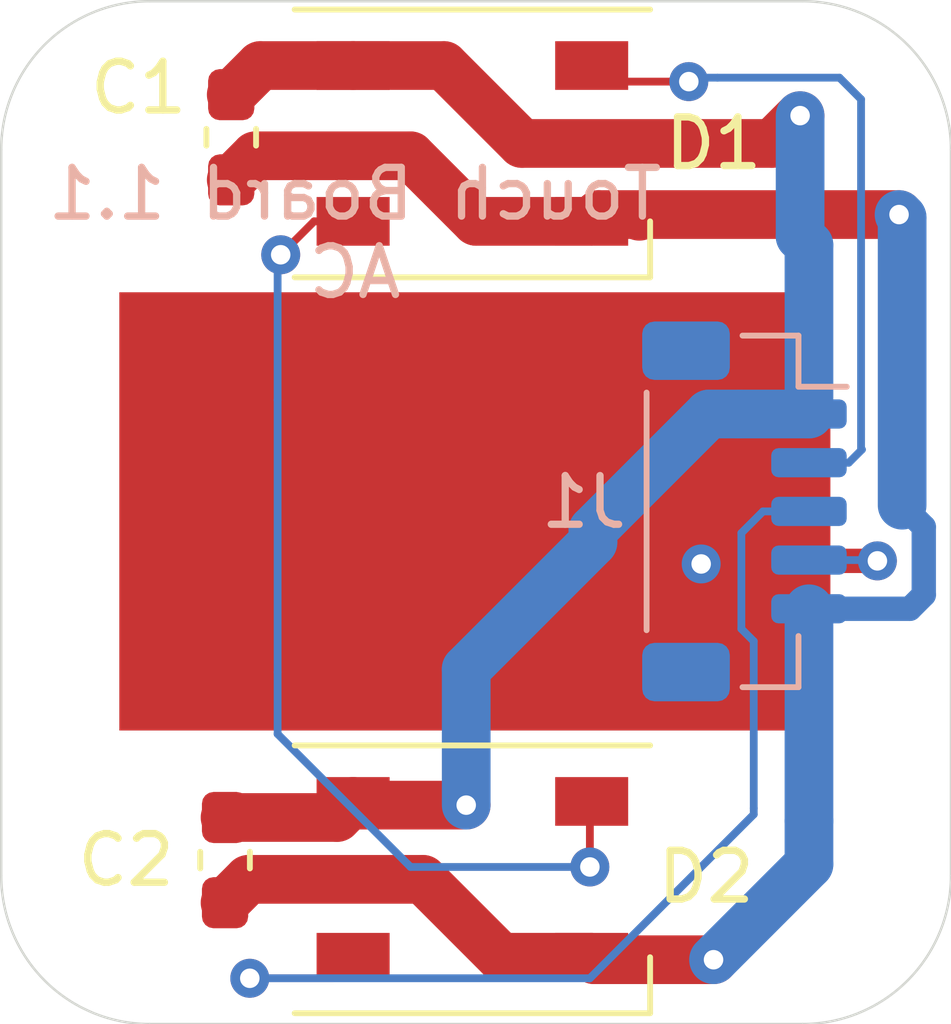
<source format=kicad_pcb>
(kicad_pcb (version 20171130) (host pcbnew 5.1.10-88a1d61d58~88~ubuntu20.04.1)

  (general
    (thickness 1.6)
    (drawings 9)
    (tracks 86)
    (zones 0)
    (modules 6)
    (nets 7)
  )

  (page A4)
  (layers
    (0 F.Cu signal)
    (31 B.Cu signal)
    (32 B.Adhes user)
    (33 F.Adhes user)
    (34 B.Paste user)
    (35 F.Paste user)
    (36 B.SilkS user)
    (37 F.SilkS user)
    (38 B.Mask user)
    (39 F.Mask user)
    (40 Dwgs.User user)
    (41 Cmts.User user)
    (42 Eco1.User user)
    (43 Eco2.User user)
    (44 Edge.Cuts user)
    (45 Margin user)
    (46 B.CrtYd user)
    (47 F.CrtYd user)
    (48 B.Fab user)
    (49 F.Fab user)
  )

  (setup
    (last_trace_width 0.16)
    (user_trace_width 0.5)
    (user_trace_width 1)
    (trace_clearance 0.16)
    (zone_clearance 0.508)
    (zone_45_only no)
    (trace_min 0.16)
    (via_size 0.8)
    (via_drill 0.4)
    (via_min_size 0.4)
    (via_min_drill 0.3)
    (uvia_size 0.3)
    (uvia_drill 0.1)
    (uvias_allowed no)
    (uvia_min_size 0.2)
    (uvia_min_drill 0.1)
    (edge_width 0.05)
    (segment_width 0.2)
    (pcb_text_width 0.3)
    (pcb_text_size 1.5 1.5)
    (mod_edge_width 0.12)
    (mod_text_size 1 1)
    (mod_text_width 0.15)
    (pad_size 14.605 9)
    (pad_drill 0)
    (pad_to_mask_clearance 0.051)
    (solder_mask_min_width 0.25)
    (aux_axis_origin 127.4826 107.1118)
    (grid_origin 127.4826 107.1118)
    (visible_elements 7FFFFF7F)
    (pcbplotparams
      (layerselection 0x010fc_ffffffff)
      (usegerberextensions true)
      (usegerberattributes false)
      (usegerberadvancedattributes false)
      (creategerberjobfile false)
      (excludeedgelayer true)
      (linewidth 0.100000)
      (plotframeref false)
      (viasonmask false)
      (mode 1)
      (useauxorigin false)
      (hpglpennumber 1)
      (hpglpenspeed 20)
      (hpglpendiameter 15.000000)
      (psnegative false)
      (psa4output false)
      (plotreference true)
      (plotvalue true)
      (plotinvisibletext false)
      (padsonsilk false)
      (subtractmaskfromsilk false)
      (outputformat 1)
      (mirror false)
      (drillshape 0)
      (scaleselection 1)
      (outputdirectory "/home/andrew/GitHub/SpaceCenter/Hardware/SpaceCenter_TouchBoard_KiCAD/Fab Files/TouchBoard_Gerbers/"))
  )

  (net 0 "")
  (net 1 +5V)
  (net 2 GND)
  (net 3 DATA_IN)
  (net 4 DATA_OUT)
  (net 5 CAP_TOUCH)
  (net 6 "Net-(D1-Pad4)")

  (net_class Default "This is the default net class."
    (clearance 0.16)
    (trace_width 0.16)
    (via_dia 0.8)
    (via_drill 0.4)
    (uvia_dia 0.3)
    (uvia_drill 0.1)
    (add_net CAP_TOUCH)
    (add_net DATA_IN)
    (add_net DATA_OUT)
    (add_net "Net-(D1-Pad4)")
  )

  (net_class Power ""
    (clearance 0.2)
    (trace_width 1)
    (via_dia 0.8)
    (via_drill 0.4)
    (uvia_dia 0.3)
    (uvia_drill 0.1)
    (add_net +5V)
    (add_net GND)
  )

  (module Capacitor_SMD:C_0603_1608Metric_Pad1.05x0.95mm_HandSolder (layer F.Cu) (tedit 608FCD7E) (tstamp 5F2A23F1)
    (at 132.207 88.9 270)
    (descr "Capacitor SMD 0603 (1608 Metric), square (rectangular) end terminal, IPC_7351 nominal with elongated pad for handsoldering. (Body size source: http://www.tortai-tech.com/upload/download/2011102023233369053.pdf), generated with kicad-footprint-generator")
    (tags "capacitor handsolder")
    (path /5F288493)
    (attr smd)
    (fp_text reference C1 (at -1.016 1.905) (layer F.SilkS)
      (effects (font (size 1 1) (thickness 0.15)))
    )
    (fp_text value 0.1u (at 0 1.43 90) (layer F.Fab) hide
      (effects (font (size 1 1) (thickness 0.15)))
    )
    (fp_line (start -0.8 0.4) (end -0.8 -0.4) (layer F.Fab) (width 0.1))
    (fp_line (start -0.8 -0.4) (end 0.8 -0.4) (layer F.Fab) (width 0.1))
    (fp_line (start 0.8 -0.4) (end 0.8 0.4) (layer F.Fab) (width 0.1))
    (fp_line (start 0.8 0.4) (end -0.8 0.4) (layer F.Fab) (width 0.1))
    (fp_line (start -0.171267 -0.51) (end 0.171267 -0.51) (layer F.SilkS) (width 0.12))
    (fp_line (start -0.171267 0.51) (end 0.171267 0.51) (layer F.SilkS) (width 0.12))
    (fp_line (start -1.65 0.73) (end -1.65 -0.73) (layer F.CrtYd) (width 0.05))
    (fp_line (start -1.65 -0.73) (end 1.65 -0.73) (layer F.CrtYd) (width 0.05))
    (fp_line (start 1.65 -0.73) (end 1.65 0.73) (layer F.CrtYd) (width 0.05))
    (fp_line (start 1.65 0.73) (end -1.65 0.73) (layer F.CrtYd) (width 0.05))
    (fp_text user %R (at 0 0 90) (layer F.Fab)
      (effects (font (size 0.4 0.4) (thickness 0.06)))
    )
    (pad 1 smd roundrect (at -0.875 0 270) (size 1.05 0.95) (layers F.Cu F.Paste F.Mask) (roundrect_rratio 0.25)
      (net 1 +5V))
    (pad 2 smd roundrect (at 0.875 0 270) (size 1.05 0.95) (layers F.Cu F.Mask) (roundrect_rratio 0.25)
      (net 2 GND))
    (model ${KISYS3DMOD}/Capacitor_SMD.3dshapes/C_0603_1608Metric.wrl
      (at (xyz 0 0 0))
      (scale (xyz 1 1 1))
      (rotate (xyz 0 0 0))
    )
  )

  (module Capacitor_SMD:C_0603_1608Metric_Pad1.05x0.95mm_HandSolder (layer F.Cu) (tedit 608FCD6A) (tstamp 5F2B2452)
    (at 132.08 103.745 270)
    (descr "Capacitor SMD 0603 (1608 Metric), square (rectangular) end terminal, IPC_7351 nominal with elongated pad for handsoldering. (Body size source: http://www.tortai-tech.com/upload/download/2011102023233369053.pdf), generated with kicad-footprint-generator")
    (tags "capacitor handsolder")
    (path /5F2985E9)
    (attr smd)
    (fp_text reference C2 (at 0 2.032 180) (layer F.SilkS)
      (effects (font (size 1 1) (thickness 0.15)))
    )
    (fp_text value 0.1u (at 0 1.43 90) (layer F.Fab) hide
      (effects (font (size 1 1) (thickness 0.15)))
    )
    (fp_line (start 1.65 0.73) (end -1.65 0.73) (layer F.CrtYd) (width 0.05))
    (fp_line (start 1.65 -0.73) (end 1.65 0.73) (layer F.CrtYd) (width 0.05))
    (fp_line (start -1.65 -0.73) (end 1.65 -0.73) (layer F.CrtYd) (width 0.05))
    (fp_line (start -1.65 0.73) (end -1.65 -0.73) (layer F.CrtYd) (width 0.05))
    (fp_line (start -0.171267 0.51) (end 0.171267 0.51) (layer F.SilkS) (width 0.12))
    (fp_line (start -0.171267 -0.51) (end 0.171267 -0.51) (layer F.SilkS) (width 0.12))
    (fp_line (start 0.8 0.4) (end -0.8 0.4) (layer F.Fab) (width 0.1))
    (fp_line (start 0.8 -0.4) (end 0.8 0.4) (layer F.Fab) (width 0.1))
    (fp_line (start -0.8 -0.4) (end 0.8 -0.4) (layer F.Fab) (width 0.1))
    (fp_line (start -0.8 0.4) (end -0.8 -0.4) (layer F.Fab) (width 0.1))
    (fp_text user %R (at 0 0 90) (layer F.Fab)
      (effects (font (size 0.4 0.4) (thickness 0.06)))
    )
    (pad 2 smd roundrect (at 0.875 0 270) (size 1.05 0.95) (layers F.Cu F.Mask) (roundrect_rratio 0.25)
      (net 2 GND))
    (pad 1 smd roundrect (at -0.875 0 270) (size 1.05 0.95) (layers F.Cu F.Paste F.Mask) (roundrect_rratio 0.25)
      (net 1 +5V))
    (model ${KISYS3DMOD}/Capacitor_SMD.3dshapes/C_0603_1608Metric.wrl
      (at (xyz 0 0 0))
      (scale (xyz 1 1 1))
      (rotate (xyz 0 0 0))
    )
  )

  (module LED_SMD:LED_SK6812_PLCC4_5.0x5.0mm_P3.2mm (layer F.Cu) (tedit 608FCD54) (tstamp 6089992F)
    (at 137.16 104.14)
    (descr https://cdn-shop.adafruit.com/product-files/1138/SK6812+LED+datasheet+.pdf)
    (tags "LED RGB NeoPixel")
    (path /608949E1)
    (attr smd)
    (fp_text reference D2 (at 4.8006 -0.0508) (layer F.SilkS)
      (effects (font (size 1 1) (thickness 0.15)))
    )
    (fp_text value SK6812 (at 0 4) (layer F.Fab) hide
      (effects (font (size 1 1) (thickness 0.15)))
    )
    (fp_circle (center 0 0) (end 0 -2) (layer F.Fab) (width 0.1))
    (fp_line (start 3.65 2.75) (end 3.65 1.6) (layer F.SilkS) (width 0.12))
    (fp_line (start -3.65 2.75) (end 3.65 2.75) (layer F.SilkS) (width 0.12))
    (fp_line (start -3.65 -2.75) (end 3.65 -2.75) (layer F.SilkS) (width 0.12))
    (fp_line (start 2.5 -2.5) (end -2.5 -2.5) (layer F.Fab) (width 0.1))
    (fp_line (start 2.5 2.5) (end 2.5 -2.5) (layer F.Fab) (width 0.1))
    (fp_line (start -2.5 2.5) (end 2.5 2.5) (layer F.Fab) (width 0.1))
    (fp_line (start -2.5 -2.5) (end -2.5 2.5) (layer F.Fab) (width 0.1))
    (fp_line (start 2.5 1.5) (end 1.5 2.5) (layer F.Fab) (width 0.1))
    (fp_line (start -3.45 -2.75) (end -3.45 2.75) (layer F.CrtYd) (width 0.05))
    (fp_line (start -3.45 2.75) (end 3.45 2.75) (layer F.CrtYd) (width 0.05))
    (fp_line (start 3.45 2.75) (end 3.45 -2.75) (layer F.CrtYd) (width 0.05))
    (fp_line (start 3.45 -2.75) (end -3.45 -2.75) (layer F.CrtYd) (width 0.05))
    (fp_text user %R (at 0 0) (layer F.Fab)
      (effects (font (size 0.8 0.8) (thickness 0.15)))
    )
    (pad 1 smd rect (at 2.45 1.6) (size 1.5 1) (layers F.Cu F.Mask)
      (net 2 GND))
    (pad 2 smd rect (at 2.45 -1.6) (size 1.5 1) (layers F.Cu F.Mask)
      (net 6 "Net-(D1-Pad4)"))
    (pad 4 smd rect (at -2.45 1.6) (size 1.5 1) (layers F.Cu F.Mask)
      (net 4 DATA_OUT))
    (pad 3 smd rect (at -2.45 -1.6) (size 1.5 1) (layers F.Cu F.Paste F.Mask)
      (net 1 +5V))
    (model ${KISYS3DMOD}/LED_SMD.3dshapes/LED_SK6812_PLCC4_5.0x5.0mm_P3.2mm.wrl
      (at (xyz 0 0 0))
      (scale (xyz 1 1 1))
      (rotate (xyz 0 0 0))
    )
  )

  (module LED_SMD:LED_SK6812_PLCC4_5.0x5.0mm_P3.2mm (layer F.Cu) (tedit 608FCD2A) (tstamp 60899919)
    (at 137.16 89.027)
    (descr https://cdn-shop.adafruit.com/product-files/1138/SK6812+LED+datasheet+.pdf)
    (tags "LED RGB NeoPixel")
    (path /60895375)
    (attr smd)
    (fp_text reference D1 (at 4.953 0) (layer F.SilkS)
      (effects (font (size 1 1) (thickness 0.15)))
    )
    (fp_text value SK6812 (at 0 4) (layer F.Fab) hide
      (effects (font (size 1 1) (thickness 0.15)))
    )
    (fp_line (start 3.45 -2.75) (end -3.45 -2.75) (layer F.CrtYd) (width 0.05))
    (fp_line (start 3.45 2.75) (end 3.45 -2.75) (layer F.CrtYd) (width 0.05))
    (fp_line (start -3.45 2.75) (end 3.45 2.75) (layer F.CrtYd) (width 0.05))
    (fp_line (start -3.45 -2.75) (end -3.45 2.75) (layer F.CrtYd) (width 0.05))
    (fp_line (start 2.5 1.5) (end 1.5 2.5) (layer F.Fab) (width 0.1))
    (fp_line (start -2.5 -2.5) (end -2.5 2.5) (layer F.Fab) (width 0.1))
    (fp_line (start -2.5 2.5) (end 2.5 2.5) (layer F.Fab) (width 0.1))
    (fp_line (start 2.5 2.5) (end 2.5 -2.5) (layer F.Fab) (width 0.1))
    (fp_line (start 2.5 -2.5) (end -2.5 -2.5) (layer F.Fab) (width 0.1))
    (fp_line (start -3.65 -2.75) (end 3.65 -2.75) (layer F.SilkS) (width 0.12))
    (fp_line (start -3.65 2.75) (end 3.65 2.75) (layer F.SilkS) (width 0.12))
    (fp_line (start 3.65 2.75) (end 3.65 1.6) (layer F.SilkS) (width 0.12))
    (fp_circle (center 0 0) (end 0 -2) (layer F.Fab) (width 0.1))
    (fp_text user %R (at 0 0) (layer F.Fab)
      (effects (font (size 0.8 0.8) (thickness 0.15)))
    )
    (pad 3 smd rect (at -2.45 -1.6) (size 1.5 1) (layers F.Cu F.Paste F.Mask)
      (net 1 +5V))
    (pad 4 smd rect (at -2.45 1.6) (size 1.5 1) (layers F.Cu F.Mask)
      (net 6 "Net-(D1-Pad4)"))
    (pad 2 smd rect (at 2.45 -1.6) (size 1.5 1) (layers F.Cu F.Mask)
      (net 3 DATA_IN))
    (pad 1 smd rect (at 2.45 1.6) (size 1.5 1) (layers F.Cu F.Mask)
      (net 2 GND))
    (model ${KISYS3DMOD}/LED_SMD.3dshapes/LED_SK6812_PLCC4_5.0x5.0mm_P3.2mm.wrl
      (at (xyz 0 0 0))
      (scale (xyz 1 1 1))
      (rotate (xyz 0 0 0))
    )
  )

  (module Connector_JST:JST_SH_BM05B-SRSS-TB_1x05-1MP_P1.00mm_Vertical (layer B.Cu) (tedit 608A9280) (tstamp 603E828A)
    (at 142.748 96.5835 270)
    (descr "JST SH series connector, BM05B-SRSS-TB (http://www.jst-mfg.com/product/pdf/eng/eSH.pdf), generated with kicad-footprint-generator")
    (tags "connector JST SH side entry")
    (path /5F2811C8)
    (attr smd)
    (fp_text reference J1 (at -0.1905 3.3 180) (layer B.SilkS)
      (effects (font (size 1 1) (thickness 0.15)) (justify mirror))
    )
    (fp_text value Conn_01x05_Male (at 0 -3.3 270) (layer B.Fab) hide
      (effects (font (size 1 1) (thickness 0.15)) (justify mirror))
    )
    (fp_line (start -3.5 -1) (end 3.5 -1) (layer B.Fab) (width 0.1))
    (fp_line (start -3.61 0.04) (end -3.61 -1.11) (layer B.SilkS) (width 0.12))
    (fp_line (start -3.61 -1.11) (end -2.56 -1.11) (layer B.SilkS) (width 0.12))
    (fp_line (start -2.56 -1.11) (end -2.56 -2.1) (layer B.SilkS) (width 0.12))
    (fp_line (start 3.61 0.04) (end 3.61 -1.11) (layer B.SilkS) (width 0.12))
    (fp_line (start 3.61 -1.11) (end 2.56 -1.11) (layer B.SilkS) (width 0.12))
    (fp_line (start -2.44 2.01) (end 2.44 2.01) (layer B.SilkS) (width 0.12))
    (fp_line (start -3.5 1.9) (end 3.5 1.9) (layer B.Fab) (width 0.1))
    (fp_line (start -3.5 -1) (end -3.5 1.9) (layer B.Fab) (width 0.1))
    (fp_line (start 3.5 -1) (end 3.5 1.9) (layer B.Fab) (width 0.1))
    (fp_line (start -2.15 1.55) (end -2.15 0.95) (layer B.Fab) (width 0.1))
    (fp_line (start -2.15 0.95) (end -1.85 0.95) (layer B.Fab) (width 0.1))
    (fp_line (start -1.85 0.95) (end -1.85 1.55) (layer B.Fab) (width 0.1))
    (fp_line (start -1.85 1.55) (end -2.15 1.55) (layer B.Fab) (width 0.1))
    (fp_line (start -1.15 1.55) (end -1.15 0.95) (layer B.Fab) (width 0.1))
    (fp_line (start -1.15 0.95) (end -0.85 0.95) (layer B.Fab) (width 0.1))
    (fp_line (start -0.85 0.95) (end -0.85 1.55) (layer B.Fab) (width 0.1))
    (fp_line (start -0.85 1.55) (end -1.15 1.55) (layer B.Fab) (width 0.1))
    (fp_line (start -0.15 1.55) (end -0.15 0.95) (layer B.Fab) (width 0.1))
    (fp_line (start -0.15 0.95) (end 0.15 0.95) (layer B.Fab) (width 0.1))
    (fp_line (start 0.15 0.95) (end 0.15 1.55) (layer B.Fab) (width 0.1))
    (fp_line (start 0.15 1.55) (end -0.15 1.55) (layer B.Fab) (width 0.1))
    (fp_line (start 0.85 1.55) (end 0.85 0.95) (layer B.Fab) (width 0.1))
    (fp_line (start 0.85 0.95) (end 1.15 0.95) (layer B.Fab) (width 0.1))
    (fp_line (start 1.15 0.95) (end 1.15 1.55) (layer B.Fab) (width 0.1))
    (fp_line (start 1.15 1.55) (end 0.85 1.55) (layer B.Fab) (width 0.1))
    (fp_line (start 1.85 1.55) (end 1.85 0.95) (layer B.Fab) (width 0.1))
    (fp_line (start 1.85 0.95) (end 2.15 0.95) (layer B.Fab) (width 0.1))
    (fp_line (start 2.15 0.95) (end 2.15 1.55) (layer B.Fab) (width 0.1))
    (fp_line (start 2.15 1.55) (end 1.85 1.55) (layer B.Fab) (width 0.1))
    (fp_line (start -4.4 2.6) (end -4.4 -2.6) (layer B.CrtYd) (width 0.05))
    (fp_line (start -4.4 -2.6) (end 4.4 -2.6) (layer B.CrtYd) (width 0.05))
    (fp_line (start 4.4 -2.6) (end 4.4 2.6) (layer B.CrtYd) (width 0.05))
    (fp_line (start 4.4 2.6) (end -4.4 2.6) (layer B.CrtYd) (width 0.05))
    (fp_line (start -2.5 -1) (end -2 -0.292893) (layer B.Fab) (width 0.1))
    (fp_line (start -2 -0.292893) (end -1.5 -1) (layer B.Fab) (width 0.1))
    (fp_text user %R (at 0 0.25 270) (layer B.Fab)
      (effects (font (size 1 1) (thickness 0.15)) (justify mirror))
    )
    (pad 1 smd roundrect (at -2 -1.325 270) (size 0.6 1.55) (layers B.Cu B.Mask) (roundrect_rratio 0.25)
      (net 1 +5V))
    (pad 2 smd roundrect (at -1 -1.325 270) (size 0.6 1.55) (layers B.Cu B.Mask) (roundrect_rratio 0.25)
      (net 3 DATA_IN))
    (pad 3 smd roundrect (at 0 -1.325 270) (size 0.6 1.55) (layers B.Cu B.Mask) (roundrect_rratio 0.25)
      (net 4 DATA_OUT))
    (pad 4 smd roundrect (at 1 -1.325 270) (size 0.6 1.55) (layers B.Cu B.Mask) (roundrect_rratio 0.25)
      (net 5 CAP_TOUCH))
    (pad 5 smd roundrect (at 2 -1.325 270) (size 0.6 1.55) (layers B.Cu B.Mask) (roundrect_rratio 0.25)
      (net 2 GND))
    (pad MP smd roundrect (at -3.3 1.2 270) (size 1.2 1.8) (layers B.Cu B.Paste B.Mask) (roundrect_rratio 0.2083325))
    (pad MP smd roundrect (at 3.3 1.2 270) (size 1.2 1.8) (layers B.Cu B.Mask) (roundrect_rratio 0.208))
    (model /home/andrew/Downloads/BM05B-SRSS-TB-LF--SN---3DModel-STEP-56544.STEP
      (at (xyz 0 0 0))
      (scale (xyz 1 1 1))
      (rotate (xyz -90 0 0))
    )
  )

  (module Connector_Wire:SolderWirePad_1x01_SMD_5x10mm (layer F.Cu) (tedit 608A911E) (tstamp 5F2A2456)
    (at 136.0805 96.647)
    (descr "Wire Pad, Square, SMD Pad,  5mm x 10mm,")
    (tags "MesurementPoint Square SMDPad 5mmx10mm ")
    (path /5F292CA3)
    (attr smd virtual)
    (fp_text reference J2 (at 0 -3.81) (layer F.SilkS) hide
      (effects (font (size 1 1) (thickness 0.15)))
    )
    (fp_text value TOUCH_SENSOR (at 0 6.35) (layer F.Fab) hide
      (effects (font (size 1 1) (thickness 0.15)))
    )
    (fp_text user %R (at 0 0) (layer F.Fab)
      (effects (font (size 1 1) (thickness 0.15)))
    )
    (pad 1 smd rect (at 1.1303 -0.0635) (size 14.605 9) (layers F.Cu F.Mask)
      (net 5 CAP_TOUCH))
  )

  (gr_line (start 143.9418 86.106) (end 130.5306 86.106) (layer Edge.Cuts) (width 0.05) (tstamp 608A8DCA))
  (gr_line (start 146.9898 104.0638) (end 146.9898 89.154) (layer Edge.Cuts) (width 0.05) (tstamp 608A8DC2))
  (gr_line (start 130.5306 107.1118) (end 143.9418 107.1118) (layer Edge.Cuts) (width 0.05) (tstamp 608A8DB7))
  (gr_line (start 127.4826 89.154) (end 127.4826 104.0638) (layer Edge.Cuts) (width 0.05) (tstamp 608A8DAA))
  (gr_arc (start 143.9418 104.0638) (end 143.9418 107.1118) (angle -90) (layer Edge.Cuts) (width 0.05))
  (gr_arc (start 130.5306 104.0638) (end 127.4826 104.0638) (angle -90) (layer Edge.Cuts) (width 0.05))
  (gr_arc (start 130.5306 89.154) (end 130.5306 86.106) (angle -90) (layer Edge.Cuts) (width 0.05))
  (gr_arc (start 143.9418 89.154) (end 146.9898 89.154) (angle -90) (layer Edge.Cuts) (width 0.05))
  (gr_text "Touch Board 1.1\nAC" (at 134.747 90.8685) (layer B.SilkS)
    (effects (font (size 1 1) (thickness 0.15)) (justify mirror))
  )

  (segment (start 144.073 94.5835) (end 142.6525 94.5835) (width 1) (layer B.Cu) (net 1))
  (segment (start 142.6525 94.5835) (end 142.0175 94.5835) (width 1) (layer B.Cu) (net 1))
  (segment (start 142.0175 94.5835) (end 139.6365 96.9645) (width 1) (layer B.Cu) (net 1))
  (segment (start 139.6365 96.9645) (end 139.6365 97.2185) (width 1) (layer B.Cu) (net 1))
  (via (at 137.033 102.616) (size 0.8) (drill 0.4) (layers F.Cu B.Cu) (net 1))
  (segment (start 137.033 99.822) (end 137.033 102.616) (width 1) (layer B.Cu) (net 1))
  (segment (start 139.6365 97.2185) (end 137.033 99.822) (width 1) (layer B.Cu) (net 1))
  (segment (start 134.786 102.616) (end 134.71 102.54) (width 1) (layer F.Cu) (net 1))
  (segment (start 137.033 102.616) (end 134.786 102.616) (width 1) (layer F.Cu) (net 1))
  (segment (start 134.38 102.87) (end 134.71 102.54) (width 1) (layer F.Cu) (net 1))
  (segment (start 132.08 102.87) (end 134.38 102.87) (width 1) (layer F.Cu) (net 1))
  (via (at 143.891 88.4555) (size 0.8) (drill 0.4) (layers F.Cu B.Cu) (net 1))
  (segment (start 144.073 91.114) (end 143.891 90.932) (width 1) (layer B.Cu) (net 1))
  (segment (start 144.073 94.5835) (end 144.073 91.114) (width 1) (layer B.Cu) (net 1))
  (segment (start 143.891 90.932) (end 143.891 88.4555) (width 1) (layer B.Cu) (net 1))
  (segment (start 143.891 88.4555) (end 143.3195 89.027) (width 1) (layer F.Cu) (net 1))
  (segment (start 143.3195 89.027) (end 138.176 89.027) (width 1) (layer F.Cu) (net 1))
  (segment (start 136.576 87.427) (end 134.71 87.427) (width 1) (layer F.Cu) (net 1))
  (segment (start 138.176 89.027) (end 136.576 87.427) (width 1) (layer F.Cu) (net 1))
  (segment (start 132.805 87.427) (end 132.207 88.025) (width 1) (layer F.Cu) (net 1))
  (segment (start 134.71 87.427) (end 132.805 87.427) (width 1) (layer F.Cu) (net 1))
  (segment (start 144.073 98.5835) (end 144.073 102.942) (width 1) (layer B.Cu) (net 2))
  (segment (start 144.073 98.5835) (end 146.1455 98.5835) (width 0.5) (layer B.Cu) (net 2))
  (segment (start 146.1455 98.5835) (end 146.431 98.298) (width 0.5) (layer B.Cu) (net 2))
  (segment (start 146.431 98.298) (end 146.431 96.901) (width 0.5) (layer B.Cu) (net 2))
  (segment (start 146.431 96.901) (end 145.9865 96.4565) (width 0.5) (layer B.Cu) (net 2))
  (via (at 145.923 90.4875) (size 0.8) (drill 0.4) (layers F.Cu B.Cu) (net 2))
  (segment (start 140.6245 90.4875) (end 140.589 90.523) (width 1) (layer F.Cu) (net 2))
  (segment (start 145.9865 90.551) (end 145.923 90.4875) (width 1) (layer B.Cu) (net 2))
  (segment (start 145.9865 96.4565) (end 145.9865 90.551) (width 1) (layer B.Cu) (net 2))
  (via (at 142.113 105.791) (size 0.8) (drill 0.4) (layers F.Cu B.Cu) (net 2))
  (segment (start 144.073 103.831) (end 142.113 105.791) (width 1) (layer B.Cu) (net 2))
  (segment (start 144.073 102.942) (end 144.073 103.831) (width 1) (layer B.Cu) (net 2))
  (segment (start 139.661 105.791) (end 139.61 105.74) (width 1) (layer F.Cu) (net 2))
  (segment (start 142.113 105.791) (end 139.661 105.791) (width 1) (layer F.Cu) (net 2))
  (segment (start 132.08 104.62) (end 132.56 104.14) (width 1) (layer F.Cu) (net 2))
  (segment (start 132.56 104.14) (end 136.144 104.14) (width 1) (layer F.Cu) (net 2))
  (segment (start 137.744 105.74) (end 139.61 105.74) (width 1) (layer F.Cu) (net 2))
  (segment (start 136.144 104.14) (end 137.744 105.74) (width 1) (layer F.Cu) (net 2))
  (segment (start 145.923 90.4875) (end 140.6245 90.4875) (width 1) (layer F.Cu) (net 2))
  (segment (start 139.61 90.627) (end 137.236 90.627) (width 1) (layer F.Cu) (net 2))
  (segment (start 137.236 90.627) (end 135.89 89.281) (width 1) (layer F.Cu) (net 2))
  (segment (start 132.701 89.281) (end 132.207 89.775) (width 1) (layer F.Cu) (net 2))
  (segment (start 135.89 89.281) (end 132.701 89.281) (width 1) (layer F.Cu) (net 2))
  (segment (start 139.7495 90.4875) (end 139.61 90.627) (width 1) (layer F.Cu) (net 2))
  (segment (start 140.6245 90.4875) (end 139.7495 90.4875) (width 1) (layer F.Cu) (net 2))
  (segment (start 144.073 95.5835) (end 144.891 95.5835) (width 0.16) (layer B.Cu) (net 3))
  (segment (start 144.891 95.5835) (end 145.161 95.3135) (width 0.16) (layer B.Cu) (net 3))
  (segment (start 145.142991 95.295491) (end 145.142991 88.119991) (width 0.16) (layer B.Cu) (net 3))
  (segment (start 145.161 95.3135) (end 145.142991 95.295491) (width 0.16) (layer B.Cu) (net 3))
  (segment (start 145.142991 88.119991) (end 144.69849 87.67549) (width 0.16) (layer B.Cu) (net 3))
  (segment (start 144.69849 87.67549) (end 142.19451 87.67549) (width 0.16) (layer B.Cu) (net 3))
  (via (at 141.605 87.757) (size 0.8) (drill 0.4) (layers F.Cu B.Cu) (net 3))
  (segment (start 141.68651 87.67549) (end 141.605 87.757) (width 0.16) (layer B.Cu) (net 3))
  (segment (start 142.19451 87.67549) (end 141.68651 87.67549) (width 0.16) (layer B.Cu) (net 3))
  (segment (start 139.94 87.757) (end 139.61 87.427) (width 0.16) (layer F.Cu) (net 3))
  (segment (start 141.605 87.757) (end 139.94 87.757) (width 0.16) (layer F.Cu) (net 3))
  (segment (start 142.6845 98.9965) (end 142.9385 99.2505) (width 0.16) (layer B.Cu) (net 4))
  (segment (start 142.6845 97.028) (end 142.6845 98.9965) (width 0.16) (layer B.Cu) (net 4))
  (segment (start 142.9385 99.2505) (end 142.9385 102.6795) (width 0.16) (layer B.Cu) (net 4))
  (segment (start 143.129 96.5835) (end 142.6845 97.028) (width 0.16) (layer B.Cu) (net 4))
  (segment (start 144.073 96.5835) (end 143.129 96.5835) (width 0.16) (layer B.Cu) (net 4))
  (segment (start 142.9385 102.6795) (end 142.9385 102.8065) (width 0.16) (layer B.Cu) (net 4))
  (via (at 132.588 106.172) (size 0.8) (drill 0.4) (layers F.Cu B.Cu) (net 4))
  (segment (start 139.573 106.172) (end 132.588 106.172) (width 0.16) (layer B.Cu) (net 4))
  (segment (start 142.9385 102.8065) (end 139.573 106.172) (width 0.16) (layer B.Cu) (net 4))
  (segment (start 134.278 106.172) (end 134.71 105.74) (width 0.16) (layer F.Cu) (net 4))
  (segment (start 132.588 106.172) (end 134.278 106.172) (width 0.16) (layer F.Cu) (net 4))
  (via (at 141.859 97.663) (size 0.8) (drill 0.4) (layers F.Cu B.Cu) (net 5))
  (via (at 145.4785 97.5995) (size 0.8) (drill 0.4) (layers F.Cu B.Cu) (net 5))
  (segment (start 145.4625 97.5835) (end 145.4785 97.5995) (width 0.16) (layer B.Cu) (net 5))
  (segment (start 144.073 97.5835) (end 145.4625 97.5835) (width 0.16) (layer B.Cu) (net 5))
  (segment (start 141.9225 97.5995) (end 141.859 97.663) (width 0.5) (layer F.Cu) (net 5))
  (segment (start 145.4785 97.5995) (end 141.9225 97.5995) (width 0.5) (layer F.Cu) (net 5))
  (segment (start 133.1595 99.8855) (end 133.1595 101.1555) (width 0.16) (layer B.Cu) (net 6))
  (via (at 139.573 103.886) (size 0.8) (drill 0.4) (layers F.Cu B.Cu) (net 6))
  (segment (start 135.89 103.886) (end 139.573 103.886) (width 0.16) (layer B.Cu) (net 6))
  (segment (start 133.1595 101.1555) (end 135.89 103.886) (width 0.16) (layer B.Cu) (net 6))
  (segment (start 133.1595 99.8855) (end 133.1595 94.2975) (width 0.16) (layer B.Cu) (net 6))
  (via (at 133.223 91.313) (size 0.8) (drill 0.4) (layers F.Cu B.Cu) (net 6))
  (segment (start 133.1595 91.3765) (end 133.223 91.313) (width 0.16) (layer B.Cu) (net 6))
  (segment (start 133.1595 94.2975) (end 133.1595 91.3765) (width 0.16) (layer B.Cu) (net 6))
  (segment (start 133.909 90.627) (end 133.223 91.313) (width 0.16) (layer F.Cu) (net 6))
  (segment (start 134.71 90.627) (end 133.909 90.627) (width 0.16) (layer F.Cu) (net 6))
  (segment (start 139.573 102.577) (end 139.61 102.54) (width 0.16) (layer F.Cu) (net 6))
  (segment (start 139.573 103.886) (end 139.573 102.577) (width 0.16) (layer F.Cu) (net 6))

)

</source>
